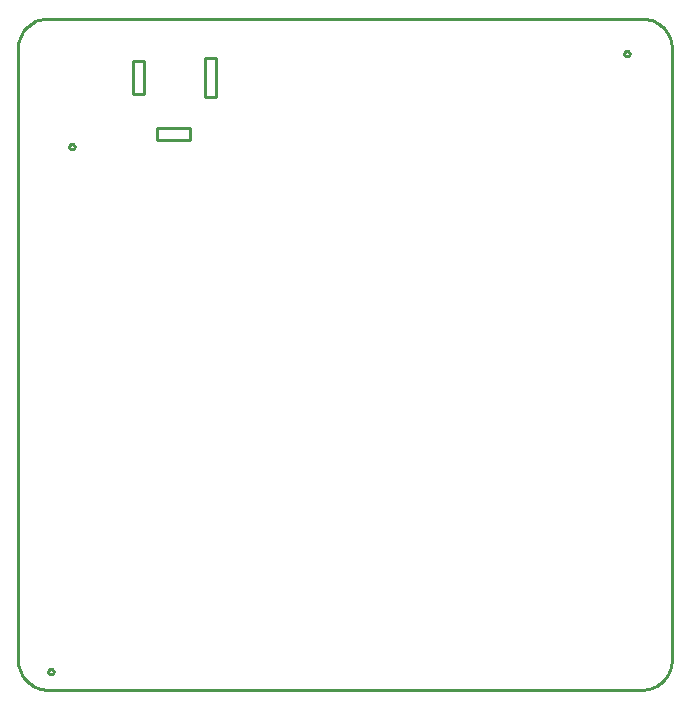
<source format=gko>
G04 EAGLE Gerber RS-274X export*
G75*
%MOMM*%
%FSLAX34Y34*%
%LPD*%
%IN*%
%IPPOS*%
%AMOC8*
5,1,8,0,0,1.08239X$1,22.5*%
G01*
%ADD10C,0.254000*%


D10*
X0Y25400D02*
X97Y23186D01*
X386Y20989D01*
X865Y18826D01*
X1532Y16713D01*
X2380Y14666D01*
X3403Y12700D01*
X4594Y10831D01*
X5942Y9073D01*
X7440Y7440D01*
X9073Y5942D01*
X10831Y4594D01*
X12700Y3403D01*
X14666Y2380D01*
X16713Y1532D01*
X18826Y865D01*
X20989Y386D01*
X23186Y97D01*
X25400Y0D01*
X528120Y0D01*
X530334Y97D01*
X532531Y386D01*
X534694Y865D01*
X536807Y1532D01*
X538855Y2380D01*
X540820Y3403D01*
X542689Y4594D01*
X544447Y5942D01*
X546081Y7440D01*
X547578Y9073D01*
X548926Y10831D01*
X550117Y12700D01*
X551140Y14666D01*
X551988Y16713D01*
X552655Y18826D01*
X553134Y20989D01*
X553423Y23186D01*
X553520Y25400D01*
X553520Y542800D01*
X553423Y545014D01*
X553134Y547211D01*
X552655Y549374D01*
X551988Y551487D01*
X551140Y553535D01*
X550117Y555500D01*
X548926Y557369D01*
X547578Y559127D01*
X546081Y560761D01*
X544447Y562258D01*
X542689Y563606D01*
X540820Y564797D01*
X538855Y565820D01*
X536807Y566668D01*
X534694Y567335D01*
X532531Y567814D01*
X530334Y568103D01*
X528120Y568200D01*
X25400Y568200D01*
X23186Y568103D01*
X20989Y567814D01*
X18826Y567335D01*
X16713Y566668D01*
X14666Y565820D01*
X12700Y564797D01*
X10831Y563606D01*
X9073Y562258D01*
X7440Y560761D01*
X5942Y559127D01*
X4594Y557369D01*
X3403Y555500D01*
X2380Y553535D01*
X1532Y551487D01*
X865Y549374D01*
X386Y547211D01*
X97Y545014D01*
X0Y542800D01*
X0Y25400D01*
X97080Y504160D02*
X107080Y504160D01*
X107080Y532160D01*
X97080Y532160D01*
X97080Y504160D01*
X158080Y501660D02*
X168080Y501660D01*
X168080Y534660D01*
X158080Y534660D01*
X158080Y501660D01*
X118080Y465160D02*
X146080Y465160D01*
X146080Y475160D01*
X118080Y475160D01*
X118080Y465160D01*
X47970Y459563D02*
X47915Y459213D01*
X47805Y458876D01*
X47644Y458561D01*
X47436Y458274D01*
X47186Y458024D01*
X46899Y457816D01*
X46584Y457655D01*
X46247Y457545D01*
X45897Y457490D01*
X45543Y457490D01*
X45193Y457545D01*
X44856Y457655D01*
X44541Y457816D01*
X44254Y458024D01*
X44004Y458274D01*
X43796Y458561D01*
X43635Y458876D01*
X43525Y459213D01*
X43470Y459563D01*
X43470Y459917D01*
X43525Y460267D01*
X43635Y460604D01*
X43796Y460919D01*
X44004Y461206D01*
X44254Y461456D01*
X44541Y461664D01*
X44856Y461825D01*
X45193Y461935D01*
X45543Y461990D01*
X45897Y461990D01*
X46247Y461935D01*
X46584Y461825D01*
X46899Y461664D01*
X47186Y461456D01*
X47436Y461206D01*
X47644Y460919D01*
X47805Y460604D01*
X47915Y460267D01*
X47970Y459917D01*
X47970Y459563D01*
X517870Y538303D02*
X517815Y537953D01*
X517705Y537616D01*
X517544Y537301D01*
X517336Y537014D01*
X517086Y536764D01*
X516799Y536556D01*
X516484Y536395D01*
X516147Y536285D01*
X515797Y536230D01*
X515443Y536230D01*
X515093Y536285D01*
X514756Y536395D01*
X514441Y536556D01*
X514154Y536764D01*
X513904Y537014D01*
X513696Y537301D01*
X513535Y537616D01*
X513425Y537953D01*
X513370Y538303D01*
X513370Y538657D01*
X513425Y539007D01*
X513535Y539344D01*
X513696Y539659D01*
X513904Y539946D01*
X514154Y540196D01*
X514441Y540404D01*
X514756Y540565D01*
X515093Y540675D01*
X515443Y540730D01*
X515797Y540730D01*
X516147Y540675D01*
X516484Y540565D01*
X516799Y540404D01*
X517086Y540196D01*
X517336Y539946D01*
X517544Y539659D01*
X517705Y539344D01*
X517815Y539007D01*
X517870Y538657D01*
X517870Y538303D01*
X30190Y15063D02*
X30135Y14713D01*
X30025Y14376D01*
X29864Y14061D01*
X29656Y13774D01*
X29406Y13524D01*
X29119Y13316D01*
X28804Y13155D01*
X28467Y13045D01*
X28117Y12990D01*
X27763Y12990D01*
X27413Y13045D01*
X27076Y13155D01*
X26761Y13316D01*
X26474Y13524D01*
X26224Y13774D01*
X26016Y14061D01*
X25855Y14376D01*
X25745Y14713D01*
X25690Y15063D01*
X25690Y15417D01*
X25745Y15767D01*
X25855Y16104D01*
X26016Y16419D01*
X26224Y16706D01*
X26474Y16956D01*
X26761Y17164D01*
X27076Y17325D01*
X27413Y17435D01*
X27763Y17490D01*
X28117Y17490D01*
X28467Y17435D01*
X28804Y17325D01*
X29119Y17164D01*
X29406Y16956D01*
X29656Y16706D01*
X29864Y16419D01*
X30025Y16104D01*
X30135Y15767D01*
X30190Y15417D01*
X30190Y15063D01*
M02*

</source>
